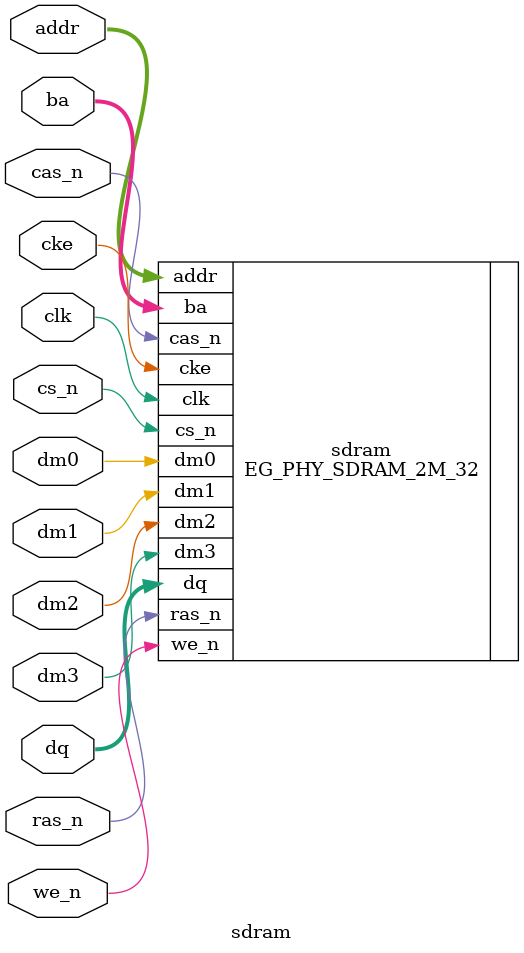
<source format=v>

`timescale 1ns / 1ps
module sdram  // sdram.v(14)
  (
  addr,
  ba,
  cas_n,
  cke,
  clk,
  cs_n,
  dm0,
  dm1,
  dm2,
  dm3,
  ras_n,
  we_n,
  dq
  );

  input [10:0] addr;  // sdram.v(19)
  input [1:0] ba;  // sdram.v(20)
  input cas_n;  // sdram.v(17)
  input cke;  // sdram.v(27)
  input clk;  // sdram.v(15)
  input cs_n;  // sdram.v(22)
  input dm0;  // sdram.v(23)
  input dm1;  // sdram.v(24)
  input dm2;  // sdram.v(25)
  input dm3;  // sdram.v(26)
  input ras_n;  // sdram.v(16)
  input we_n;  // sdram.v(18)
  inout [31:0] dq;  // sdram.v(21)


  EG_PHY_CONFIG #(
    .DONE_PERSISTN("ENABLE"),
    .INIT_PERSISTN("ENABLE"),
    .JTAG_PERSISTN("DISABLE"),
    .PROGRAMN_PERSISTN("DISABLE"))
    config_inst ();
  EG_PHY_SDRAM_2M_32 sdram (
    .addr(addr),
    .ba(ba),
    .cas_n(cas_n),
    .cke(cke),
    .clk(clk),
    .cs_n(cs_n),
    .dm0(dm0),
    .dm1(dm1),
    .dm2(dm2),
    .dm3(dm3),
    .ras_n(ras_n),
    .we_n(we_n),
    .dq(dq));  // sdram.v(29)

endmodule 


</source>
